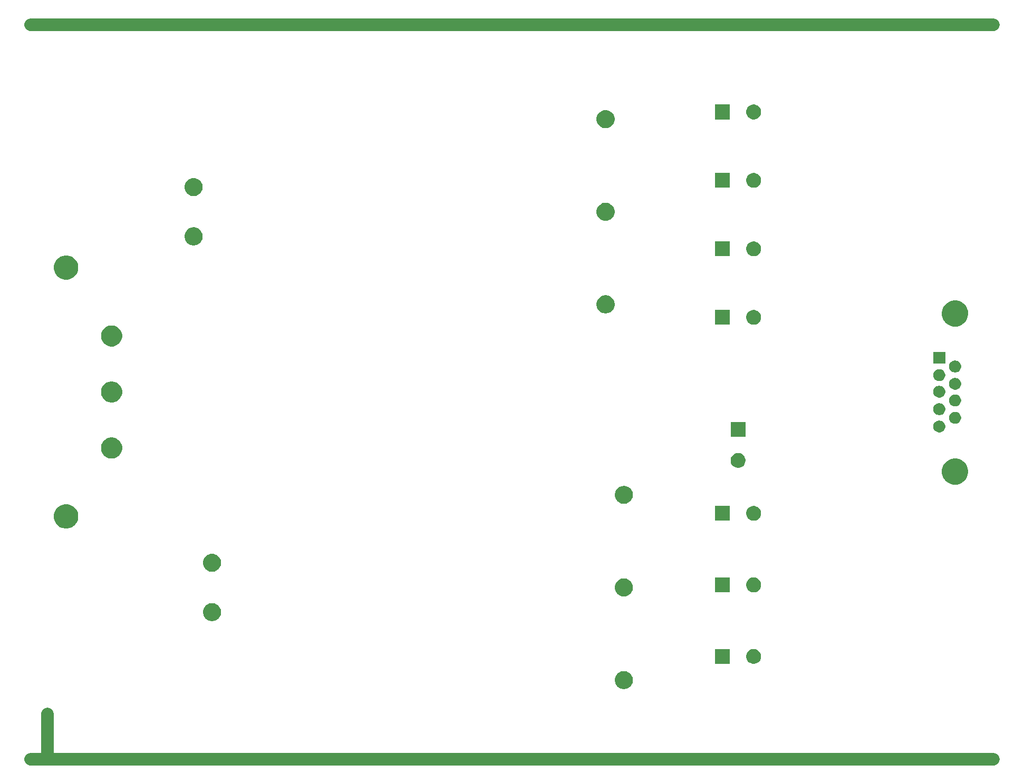
<source format=gbr>
G04 #@! TF.GenerationSoftware,KiCad,Pcbnew,(5.1.0)-1*
G04 #@! TF.CreationDate,2019-05-17T11:45:57-07:00*
G04 #@! TF.ProjectId,pwr supply rev 4,70777220-7375-4707-906c-792072657620,rev?*
G04 #@! TF.SameCoordinates,Original*
G04 #@! TF.FileFunction,Soldermask,Top*
G04 #@! TF.FilePolarity,Negative*
%FSLAX46Y46*%
G04 Gerber Fmt 4.6, Leading zero omitted, Abs format (unit mm)*
G04 Created by KiCad (PCBNEW (5.1.0)-1) date 2019-05-17 11:45:57*
%MOMM*%
%LPD*%
G04 APERTURE LIST*
%ADD10C,2.000000*%
%ADD11C,0.150000*%
G04 APERTURE END LIST*
D10*
X9125000Y-111775000D02*
X9125000Y-118925000D01*
X161000000Y-1000000D02*
X6400000Y-1000000D01*
X161000000Y-119000000D02*
X6400000Y-119000000D01*
D11*
G36*
X101999570Y-104882149D02*
G01*
X102092950Y-104900723D01*
X102356835Y-105010027D01*
X102594321Y-105168711D01*
X102796289Y-105370679D01*
X102954973Y-105608165D01*
X103064277Y-105872050D01*
X103120000Y-106152189D01*
X103120000Y-106437811D01*
X103064277Y-106717950D01*
X102954973Y-106981835D01*
X102796289Y-107219321D01*
X102594321Y-107421289D01*
X102356835Y-107579973D01*
X102092950Y-107689277D01*
X101999570Y-107707851D01*
X101812813Y-107745000D01*
X101527187Y-107745000D01*
X101340430Y-107707851D01*
X101247050Y-107689277D01*
X100983165Y-107579973D01*
X100745679Y-107421289D01*
X100543711Y-107219321D01*
X100385027Y-106981835D01*
X100275723Y-106717950D01*
X100220000Y-106437811D01*
X100220000Y-106152189D01*
X100275723Y-105872050D01*
X100385027Y-105608165D01*
X100543711Y-105370679D01*
X100745679Y-105168711D01*
X100983165Y-105010027D01*
X101247050Y-104900723D01*
X101340430Y-104882149D01*
X101527187Y-104845000D01*
X101812813Y-104845000D01*
X101999570Y-104882149D01*
X101999570Y-104882149D01*
G37*
G36*
X122850027Y-101346116D02*
G01*
X123068415Y-101436575D01*
X123264955Y-101567899D01*
X123432101Y-101735045D01*
X123563425Y-101931585D01*
X123653884Y-102149973D01*
X123700000Y-102381812D01*
X123700000Y-102618188D01*
X123653884Y-102850027D01*
X123563425Y-103068415D01*
X123432101Y-103264955D01*
X123264955Y-103432101D01*
X123068415Y-103563425D01*
X123068414Y-103563426D01*
X123068413Y-103563426D01*
X122850027Y-103653884D01*
X122618190Y-103700000D01*
X122381810Y-103700000D01*
X122149973Y-103653884D01*
X121931587Y-103563426D01*
X121931586Y-103563426D01*
X121931585Y-103563425D01*
X121735045Y-103432101D01*
X121567899Y-103264955D01*
X121436575Y-103068415D01*
X121346116Y-102850027D01*
X121300000Y-102618188D01*
X121300000Y-102381812D01*
X121346116Y-102149973D01*
X121436575Y-101931585D01*
X121567899Y-101735045D01*
X121735045Y-101567899D01*
X121931585Y-101436575D01*
X122149973Y-101346116D01*
X122381810Y-101300000D01*
X122618190Y-101300000D01*
X122850027Y-101346116D01*
X122850027Y-101346116D01*
G37*
G36*
X118700000Y-103700000D02*
G01*
X116300000Y-103700000D01*
X116300000Y-101300000D01*
X118700000Y-101300000D01*
X118700000Y-103700000D01*
X118700000Y-103700000D01*
G37*
G36*
X35859570Y-93962149D02*
G01*
X35952950Y-93980723D01*
X36216835Y-94090027D01*
X36454321Y-94248711D01*
X36656289Y-94450679D01*
X36814973Y-94688165D01*
X36924277Y-94952050D01*
X36980000Y-95232189D01*
X36980000Y-95517811D01*
X36924277Y-95797950D01*
X36814973Y-96061835D01*
X36656289Y-96299321D01*
X36454321Y-96501289D01*
X36216835Y-96659973D01*
X35952950Y-96769277D01*
X35859570Y-96787851D01*
X35672813Y-96825000D01*
X35387187Y-96825000D01*
X35200430Y-96787851D01*
X35107050Y-96769277D01*
X34843165Y-96659973D01*
X34605679Y-96501289D01*
X34403711Y-96299321D01*
X34245027Y-96061835D01*
X34135723Y-95797950D01*
X34080000Y-95517811D01*
X34080000Y-95232189D01*
X34135723Y-94952050D01*
X34245027Y-94688165D01*
X34403711Y-94450679D01*
X34605679Y-94248711D01*
X34843165Y-94090027D01*
X35107050Y-93980723D01*
X35200430Y-93962149D01*
X35387187Y-93925000D01*
X35672813Y-93925000D01*
X35859570Y-93962149D01*
X35859570Y-93962149D01*
G37*
G36*
X101999570Y-90002149D02*
G01*
X102092950Y-90020723D01*
X102356835Y-90130027D01*
X102594321Y-90288711D01*
X102796289Y-90490679D01*
X102954973Y-90728165D01*
X103018614Y-90881810D01*
X103064277Y-90992051D01*
X103120000Y-91272187D01*
X103120000Y-91557813D01*
X103117891Y-91568415D01*
X103064277Y-91837950D01*
X102954973Y-92101835D01*
X102796289Y-92339321D01*
X102594321Y-92541289D01*
X102356835Y-92699973D01*
X102092950Y-92809277D01*
X101999570Y-92827851D01*
X101812813Y-92865000D01*
X101527187Y-92865000D01*
X101340430Y-92827851D01*
X101247050Y-92809277D01*
X100983165Y-92699973D01*
X100745679Y-92541289D01*
X100543711Y-92339321D01*
X100385027Y-92101835D01*
X100275723Y-91837950D01*
X100222109Y-91568415D01*
X100220000Y-91557813D01*
X100220000Y-91272187D01*
X100275723Y-90992051D01*
X100321386Y-90881810D01*
X100385027Y-90728165D01*
X100543711Y-90490679D01*
X100745679Y-90288711D01*
X100983165Y-90130027D01*
X101247050Y-90020723D01*
X101340430Y-90002149D01*
X101527187Y-89965000D01*
X101812813Y-89965000D01*
X101999570Y-90002149D01*
X101999570Y-90002149D01*
G37*
G36*
X118700000Y-92200000D02*
G01*
X116300000Y-92200000D01*
X116300000Y-89800000D01*
X118700000Y-89800000D01*
X118700000Y-92200000D01*
X118700000Y-92200000D01*
G37*
G36*
X122850027Y-89846116D02*
G01*
X123068415Y-89936575D01*
X123264955Y-90067899D01*
X123432101Y-90235045D01*
X123467960Y-90288711D01*
X123563426Y-90431587D01*
X123653884Y-90649973D01*
X123700000Y-90881810D01*
X123700000Y-91118190D01*
X123653884Y-91350027D01*
X123567817Y-91557813D01*
X123563425Y-91568415D01*
X123432101Y-91764955D01*
X123264955Y-91932101D01*
X123068415Y-92063425D01*
X123068414Y-92063426D01*
X123068413Y-92063426D01*
X122850027Y-92153884D01*
X122618190Y-92200000D01*
X122381810Y-92200000D01*
X122149973Y-92153884D01*
X121931587Y-92063426D01*
X121931586Y-92063426D01*
X121931585Y-92063425D01*
X121735045Y-91932101D01*
X121567899Y-91764955D01*
X121436575Y-91568415D01*
X121432184Y-91557813D01*
X121346116Y-91350027D01*
X121300000Y-91118190D01*
X121300000Y-90881810D01*
X121346116Y-90649973D01*
X121436574Y-90431587D01*
X121532041Y-90288711D01*
X121567899Y-90235045D01*
X121735045Y-90067899D01*
X121931585Y-89936575D01*
X122149973Y-89846116D01*
X122381810Y-89800000D01*
X122618190Y-89800000D01*
X122850027Y-89846116D01*
X122850027Y-89846116D01*
G37*
G36*
X35859570Y-86042149D02*
G01*
X35952950Y-86060723D01*
X36216835Y-86170027D01*
X36454321Y-86328711D01*
X36656289Y-86530679D01*
X36814973Y-86768165D01*
X36924277Y-87032050D01*
X36980000Y-87312189D01*
X36980000Y-87597811D01*
X36924277Y-87877950D01*
X36814973Y-88141835D01*
X36656289Y-88379321D01*
X36454321Y-88581289D01*
X36216835Y-88739973D01*
X35952950Y-88849277D01*
X35859570Y-88867851D01*
X35672813Y-88905000D01*
X35387187Y-88905000D01*
X35200430Y-88867851D01*
X35107050Y-88849277D01*
X34843165Y-88739973D01*
X34605679Y-88581289D01*
X34403711Y-88379321D01*
X34245027Y-88141835D01*
X34135723Y-87877950D01*
X34080000Y-87597811D01*
X34080000Y-87312189D01*
X34135723Y-87032050D01*
X34245027Y-86768165D01*
X34403711Y-86530679D01*
X34605679Y-86328711D01*
X34843165Y-86170027D01*
X35107050Y-86060723D01*
X35200430Y-86042149D01*
X35387187Y-86005000D01*
X35672813Y-86005000D01*
X35859570Y-86042149D01*
X35859570Y-86042149D01*
G37*
G36*
X12668794Y-78124938D02*
G01*
X13023674Y-78271933D01*
X13343053Y-78485336D01*
X13614664Y-78756947D01*
X13828067Y-79076326D01*
X13975062Y-79431206D01*
X14050000Y-79807943D01*
X14050000Y-80192057D01*
X13975062Y-80568794D01*
X13828067Y-80923674D01*
X13614664Y-81243053D01*
X13343053Y-81514664D01*
X13023674Y-81728067D01*
X12668794Y-81875062D01*
X12292058Y-81950000D01*
X11907942Y-81950000D01*
X11531206Y-81875062D01*
X11176326Y-81728067D01*
X10856947Y-81514664D01*
X10585336Y-81243053D01*
X10371933Y-80923674D01*
X10224938Y-80568794D01*
X10150000Y-80192057D01*
X10150000Y-79807943D01*
X10224938Y-79431206D01*
X10371933Y-79076326D01*
X10585336Y-78756947D01*
X10856947Y-78485336D01*
X11176326Y-78271933D01*
X11531206Y-78124938D01*
X11907942Y-78050000D01*
X12292058Y-78050000D01*
X12668794Y-78124938D01*
X12668794Y-78124938D01*
G37*
G36*
X118700000Y-80700000D02*
G01*
X116300000Y-80700000D01*
X116300000Y-78300000D01*
X118700000Y-78300000D01*
X118700000Y-80700000D01*
X118700000Y-80700000D01*
G37*
G36*
X122850027Y-78346116D02*
G01*
X123068415Y-78436575D01*
X123264955Y-78567899D01*
X123432101Y-78735045D01*
X123563425Y-78931585D01*
X123653884Y-79149973D01*
X123700000Y-79381812D01*
X123700000Y-79618188D01*
X123653884Y-79850027D01*
X123563425Y-80068415D01*
X123432101Y-80264955D01*
X123264955Y-80432101D01*
X123068415Y-80563425D01*
X123068414Y-80563426D01*
X123068413Y-80563426D01*
X122850027Y-80653884D01*
X122618190Y-80700000D01*
X122381810Y-80700000D01*
X122149973Y-80653884D01*
X121931587Y-80563426D01*
X121931586Y-80563426D01*
X121931585Y-80563425D01*
X121735045Y-80432101D01*
X121567899Y-80264955D01*
X121436575Y-80068415D01*
X121346116Y-79850027D01*
X121300000Y-79618188D01*
X121300000Y-79381812D01*
X121346116Y-79149973D01*
X121436575Y-78931585D01*
X121567899Y-78735045D01*
X121735045Y-78567899D01*
X121931585Y-78436575D01*
X122149973Y-78346116D01*
X122381810Y-78300000D01*
X122618190Y-78300000D01*
X122850027Y-78346116D01*
X122850027Y-78346116D01*
G37*
G36*
X101999570Y-75122149D02*
G01*
X102092950Y-75140723D01*
X102356835Y-75250027D01*
X102594321Y-75408711D01*
X102796289Y-75610679D01*
X102954973Y-75848165D01*
X103064277Y-76112050D01*
X103120000Y-76392189D01*
X103120000Y-76677811D01*
X103064277Y-76957950D01*
X102954973Y-77221835D01*
X102796289Y-77459321D01*
X102594321Y-77661289D01*
X102356835Y-77819973D01*
X102092950Y-77929277D01*
X101999570Y-77947851D01*
X101812813Y-77985000D01*
X101527187Y-77985000D01*
X101340430Y-77947851D01*
X101247050Y-77929277D01*
X100983165Y-77819973D01*
X100745679Y-77661289D01*
X100543711Y-77459321D01*
X100385027Y-77221835D01*
X100275723Y-76957950D01*
X100220000Y-76677811D01*
X100220000Y-76392189D01*
X100275723Y-76112050D01*
X100385027Y-75848165D01*
X100543711Y-75610679D01*
X100745679Y-75408711D01*
X100983165Y-75250027D01*
X101247050Y-75140723D01*
X101340430Y-75122149D01*
X101527187Y-75085000D01*
X101812813Y-75085000D01*
X101999570Y-75122149D01*
X101999570Y-75122149D01*
G37*
G36*
X155454006Y-70765894D02*
G01*
X155837094Y-70924574D01*
X156181859Y-71154939D01*
X156475061Y-71448141D01*
X156705426Y-71792906D01*
X156864106Y-72175994D01*
X156945000Y-72582677D01*
X156945000Y-72997323D01*
X156864106Y-73404006D01*
X156705426Y-73787094D01*
X156475061Y-74131859D01*
X156181859Y-74425061D01*
X155837094Y-74655426D01*
X155454006Y-74814106D01*
X155047324Y-74895000D01*
X154632676Y-74895000D01*
X154225994Y-74814106D01*
X153842906Y-74655426D01*
X153498141Y-74425061D01*
X153204939Y-74131859D01*
X152974574Y-73787094D01*
X152815894Y-73404006D01*
X152735000Y-72997323D01*
X152735000Y-72582677D01*
X152815894Y-72175994D01*
X152974574Y-71792906D01*
X153204939Y-71448141D01*
X153498141Y-71154939D01*
X153842906Y-70924574D01*
X154225994Y-70765894D01*
X154632676Y-70685000D01*
X155047324Y-70685000D01*
X155454006Y-70765894D01*
X155454006Y-70765894D01*
G37*
G36*
X120350027Y-69846116D02*
G01*
X120568415Y-69936575D01*
X120764955Y-70067899D01*
X120932101Y-70235045D01*
X121063426Y-70431587D01*
X121147545Y-70634669D01*
X121153884Y-70649973D01*
X121200000Y-70881812D01*
X121200000Y-71118188D01*
X121153884Y-71350027D01*
X121063425Y-71568415D01*
X120932101Y-71764955D01*
X120764955Y-71932101D01*
X120568415Y-72063425D01*
X120568414Y-72063426D01*
X120568413Y-72063426D01*
X120350027Y-72153884D01*
X120118190Y-72200000D01*
X119881810Y-72200000D01*
X119649973Y-72153884D01*
X119431587Y-72063426D01*
X119431586Y-72063426D01*
X119431585Y-72063425D01*
X119235045Y-71932101D01*
X119067899Y-71764955D01*
X118936575Y-71568415D01*
X118846116Y-71350027D01*
X118800000Y-71118188D01*
X118800000Y-70881812D01*
X118846116Y-70649973D01*
X118852455Y-70634669D01*
X118936574Y-70431587D01*
X119067899Y-70235045D01*
X119235045Y-70067899D01*
X119431585Y-69936575D01*
X119649973Y-69846116D01*
X119881810Y-69800000D01*
X120118190Y-69800000D01*
X120350027Y-69846116D01*
X120350027Y-69846116D01*
G37*
G36*
X19895872Y-67365330D02*
G01*
X20205252Y-67493479D01*
X20483687Y-67679523D01*
X20720477Y-67916313D01*
X20906521Y-68194748D01*
X21034670Y-68504128D01*
X21100000Y-68832565D01*
X21100000Y-69167435D01*
X21034670Y-69495872D01*
X20906521Y-69805252D01*
X20720477Y-70083687D01*
X20483687Y-70320477D01*
X20205252Y-70506521D01*
X19895872Y-70634670D01*
X19567435Y-70700000D01*
X19232565Y-70700000D01*
X18904128Y-70634670D01*
X18594748Y-70506521D01*
X18316313Y-70320477D01*
X18079523Y-70083687D01*
X17893479Y-69805252D01*
X17765330Y-69495872D01*
X17700000Y-69167435D01*
X17700000Y-68832565D01*
X17765330Y-68504128D01*
X17893479Y-68194748D01*
X18079523Y-67916313D01*
X18316313Y-67679523D01*
X18594748Y-67493479D01*
X18904128Y-67365330D01*
X19232565Y-67300000D01*
X19567435Y-67300000D01*
X19895872Y-67365330D01*
X19895872Y-67365330D01*
G37*
G36*
X121200000Y-67200000D02*
G01*
X118800000Y-67200000D01*
X118800000Y-64800000D01*
X121200000Y-64800000D01*
X121200000Y-67200000D01*
X121200000Y-67200000D01*
G37*
G36*
X152580022Y-64626892D02*
G01*
X152754731Y-64699259D01*
X152754733Y-64699260D01*
X152911964Y-64804319D01*
X153045681Y-64938036D01*
X153150740Y-65095267D01*
X153223108Y-65269979D01*
X153260000Y-65455448D01*
X153260000Y-65644552D01*
X153223108Y-65830021D01*
X153150740Y-66004733D01*
X153045681Y-66161964D01*
X152911964Y-66295681D01*
X152754733Y-66400740D01*
X152754732Y-66400741D01*
X152754731Y-66400741D01*
X152580022Y-66473108D01*
X152394552Y-66510000D01*
X152205448Y-66510000D01*
X152019978Y-66473108D01*
X151845269Y-66400741D01*
X151845268Y-66400741D01*
X151845267Y-66400740D01*
X151688036Y-66295681D01*
X151554319Y-66161964D01*
X151449260Y-66004733D01*
X151376892Y-65830021D01*
X151340000Y-65644552D01*
X151340000Y-65455448D01*
X151376892Y-65269979D01*
X151449260Y-65095267D01*
X151554319Y-64938036D01*
X151688036Y-64804319D01*
X151845267Y-64699260D01*
X151845269Y-64699259D01*
X152019978Y-64626892D01*
X152205448Y-64590000D01*
X152394552Y-64590000D01*
X152580022Y-64626892D01*
X152580022Y-64626892D01*
G37*
G36*
X155120022Y-63226892D02*
G01*
X155294731Y-63299259D01*
X155294733Y-63299260D01*
X155451964Y-63404319D01*
X155585681Y-63538036D01*
X155690740Y-63695267D01*
X155763108Y-63869979D01*
X155800000Y-64055448D01*
X155800000Y-64244552D01*
X155763108Y-64430021D01*
X155690740Y-64604733D01*
X155585681Y-64761964D01*
X155451964Y-64895681D01*
X155294733Y-65000740D01*
X155294732Y-65000741D01*
X155294731Y-65000741D01*
X155120022Y-65073108D01*
X154934552Y-65110000D01*
X154745448Y-65110000D01*
X154559978Y-65073108D01*
X154385269Y-65000741D01*
X154385268Y-65000741D01*
X154385267Y-65000740D01*
X154228036Y-64895681D01*
X154094319Y-64761964D01*
X153989260Y-64604733D01*
X153916892Y-64430021D01*
X153880000Y-64244552D01*
X153880000Y-64055448D01*
X153916892Y-63869979D01*
X153989260Y-63695267D01*
X154094319Y-63538036D01*
X154228036Y-63404319D01*
X154385267Y-63299260D01*
X154385269Y-63299259D01*
X154559978Y-63226892D01*
X154745448Y-63190000D01*
X154934552Y-63190000D01*
X155120022Y-63226892D01*
X155120022Y-63226892D01*
G37*
G36*
X152580022Y-61836892D02*
G01*
X152754731Y-61909259D01*
X152754733Y-61909260D01*
X152911964Y-62014319D01*
X153045681Y-62148036D01*
X153150740Y-62305267D01*
X153223108Y-62479979D01*
X153260000Y-62665448D01*
X153260000Y-62854552D01*
X153223108Y-63040021D01*
X153150740Y-63214733D01*
X153045681Y-63371964D01*
X152911964Y-63505681D01*
X152754733Y-63610740D01*
X152754732Y-63610741D01*
X152754731Y-63610741D01*
X152580022Y-63683108D01*
X152394552Y-63720000D01*
X152205448Y-63720000D01*
X152019978Y-63683108D01*
X151845269Y-63610741D01*
X151845268Y-63610741D01*
X151845267Y-63610740D01*
X151688036Y-63505681D01*
X151554319Y-63371964D01*
X151449260Y-63214733D01*
X151376892Y-63040021D01*
X151340000Y-62854552D01*
X151340000Y-62665448D01*
X151376892Y-62479979D01*
X151449260Y-62305267D01*
X151554319Y-62148036D01*
X151688036Y-62014319D01*
X151845267Y-61909260D01*
X151845269Y-61909259D01*
X152019978Y-61836892D01*
X152205448Y-61800000D01*
X152394552Y-61800000D01*
X152580022Y-61836892D01*
X152580022Y-61836892D01*
G37*
G36*
X155120022Y-60436892D02*
G01*
X155294731Y-60509259D01*
X155294733Y-60509260D01*
X155451964Y-60614319D01*
X155585681Y-60748036D01*
X155675934Y-60883108D01*
X155690741Y-60905269D01*
X155763108Y-61079978D01*
X155800000Y-61265448D01*
X155800000Y-61454552D01*
X155764173Y-61634670D01*
X155763108Y-61640021D01*
X155690740Y-61814733D01*
X155585681Y-61971964D01*
X155451964Y-62105681D01*
X155294733Y-62210740D01*
X155294732Y-62210741D01*
X155294731Y-62210741D01*
X155120022Y-62283108D01*
X154934552Y-62320000D01*
X154745448Y-62320000D01*
X154559978Y-62283108D01*
X154385269Y-62210741D01*
X154385268Y-62210741D01*
X154385267Y-62210740D01*
X154228036Y-62105681D01*
X154094319Y-61971964D01*
X153989260Y-61814733D01*
X153916892Y-61640021D01*
X153915828Y-61634670D01*
X153880000Y-61454552D01*
X153880000Y-61265448D01*
X153916892Y-61079978D01*
X153989259Y-60905269D01*
X154004067Y-60883108D01*
X154094319Y-60748036D01*
X154228036Y-60614319D01*
X154385267Y-60509260D01*
X154385269Y-60509259D01*
X154559978Y-60436892D01*
X154745448Y-60400000D01*
X154934552Y-60400000D01*
X155120022Y-60436892D01*
X155120022Y-60436892D01*
G37*
G36*
X19895872Y-58365330D02*
G01*
X20205252Y-58493479D01*
X20483687Y-58679523D01*
X20720477Y-58916313D01*
X20906521Y-59194748D01*
X21034670Y-59504128D01*
X21100000Y-59832565D01*
X21100000Y-60167435D01*
X21034670Y-60495872D01*
X20906521Y-60805252D01*
X20720477Y-61083687D01*
X20483687Y-61320477D01*
X20205252Y-61506521D01*
X19895872Y-61634670D01*
X19567435Y-61700000D01*
X19232565Y-61700000D01*
X18904128Y-61634670D01*
X18594748Y-61506521D01*
X18316313Y-61320477D01*
X18079523Y-61083687D01*
X17893479Y-60805252D01*
X17765330Y-60495872D01*
X17700000Y-60167435D01*
X17700000Y-59832565D01*
X17765330Y-59504128D01*
X17893479Y-59194748D01*
X18079523Y-58916313D01*
X18316313Y-58679523D01*
X18594748Y-58493479D01*
X18904128Y-58365330D01*
X19232565Y-58300000D01*
X19567435Y-58300000D01*
X19895872Y-58365330D01*
X19895872Y-58365330D01*
G37*
G36*
X152580022Y-59036892D02*
G01*
X152754731Y-59109259D01*
X152754733Y-59109260D01*
X152882671Y-59194746D01*
X152911964Y-59214319D01*
X153045681Y-59348036D01*
X153150741Y-59505269D01*
X153223108Y-59679978D01*
X153260000Y-59865448D01*
X153260000Y-60054552D01*
X153237547Y-60167434D01*
X153223108Y-60240021D01*
X153150740Y-60414733D01*
X153045681Y-60571964D01*
X152911964Y-60705681D01*
X152754733Y-60810740D01*
X152754732Y-60810741D01*
X152754731Y-60810741D01*
X152580022Y-60883108D01*
X152394552Y-60920000D01*
X152205448Y-60920000D01*
X152019978Y-60883108D01*
X151845269Y-60810741D01*
X151845268Y-60810741D01*
X151845267Y-60810740D01*
X151688036Y-60705681D01*
X151554319Y-60571964D01*
X151449260Y-60414733D01*
X151376892Y-60240021D01*
X151362454Y-60167434D01*
X151340000Y-60054552D01*
X151340000Y-59865448D01*
X151376892Y-59679978D01*
X151449259Y-59505269D01*
X151554319Y-59348036D01*
X151688036Y-59214319D01*
X151717329Y-59194746D01*
X151845267Y-59109260D01*
X151845269Y-59109259D01*
X152019978Y-59036892D01*
X152205448Y-59000000D01*
X152394552Y-59000000D01*
X152580022Y-59036892D01*
X152580022Y-59036892D01*
G37*
G36*
X155120022Y-57766892D02*
G01*
X155294731Y-57839259D01*
X155294733Y-57839260D01*
X155451964Y-57944319D01*
X155585681Y-58078036D01*
X155675934Y-58213108D01*
X155690741Y-58235269D01*
X155763108Y-58409978D01*
X155800000Y-58595448D01*
X155800000Y-58784552D01*
X155763108Y-58970022D01*
X155690741Y-59144731D01*
X155690740Y-59144733D01*
X155585681Y-59301964D01*
X155451964Y-59435681D01*
X155294733Y-59540740D01*
X155294732Y-59540741D01*
X155294731Y-59540741D01*
X155120022Y-59613108D01*
X154934552Y-59650000D01*
X154745448Y-59650000D01*
X154559978Y-59613108D01*
X154385269Y-59540741D01*
X154385268Y-59540741D01*
X154385267Y-59540740D01*
X154228036Y-59435681D01*
X154094319Y-59301964D01*
X153989260Y-59144733D01*
X153989259Y-59144731D01*
X153916892Y-58970022D01*
X153880000Y-58784552D01*
X153880000Y-58595448D01*
X153916892Y-58409978D01*
X153989259Y-58235269D01*
X154004067Y-58213108D01*
X154094319Y-58078036D01*
X154228036Y-57944319D01*
X154385267Y-57839260D01*
X154385269Y-57839259D01*
X154559978Y-57766892D01*
X154745448Y-57730000D01*
X154934552Y-57730000D01*
X155120022Y-57766892D01*
X155120022Y-57766892D01*
G37*
G36*
X152580022Y-56366892D02*
G01*
X152754731Y-56439259D01*
X152754733Y-56439260D01*
X152911964Y-56544319D01*
X153045681Y-56678036D01*
X153150740Y-56835267D01*
X153223108Y-57009979D01*
X153260000Y-57195448D01*
X153260000Y-57384552D01*
X153223108Y-57570021D01*
X153150740Y-57744733D01*
X153045681Y-57901964D01*
X152911964Y-58035681D01*
X152754733Y-58140740D01*
X152754732Y-58140741D01*
X152754731Y-58140741D01*
X152580022Y-58213108D01*
X152394552Y-58250000D01*
X152205448Y-58250000D01*
X152019978Y-58213108D01*
X151845269Y-58140741D01*
X151845268Y-58140741D01*
X151845267Y-58140740D01*
X151688036Y-58035681D01*
X151554319Y-57901964D01*
X151449260Y-57744733D01*
X151376892Y-57570021D01*
X151340000Y-57384552D01*
X151340000Y-57195448D01*
X151376892Y-57009979D01*
X151449260Y-56835267D01*
X151554319Y-56678036D01*
X151688036Y-56544319D01*
X151845267Y-56439260D01*
X151845269Y-56439259D01*
X152019978Y-56366892D01*
X152205448Y-56330000D01*
X152394552Y-56330000D01*
X152580022Y-56366892D01*
X152580022Y-56366892D01*
G37*
G36*
X155120022Y-54976892D02*
G01*
X155294731Y-55049259D01*
X155294733Y-55049260D01*
X155451964Y-55154319D01*
X155585681Y-55288036D01*
X155690740Y-55445267D01*
X155763108Y-55619979D01*
X155800000Y-55805448D01*
X155800000Y-55994552D01*
X155763108Y-56180021D01*
X155690740Y-56354733D01*
X155585681Y-56511964D01*
X155451964Y-56645681D01*
X155294733Y-56750740D01*
X155294732Y-56750741D01*
X155294731Y-56750741D01*
X155120022Y-56823108D01*
X154934552Y-56860000D01*
X154745448Y-56860000D01*
X154559978Y-56823108D01*
X154385269Y-56750741D01*
X154385268Y-56750741D01*
X154385267Y-56750740D01*
X154228036Y-56645681D01*
X154094319Y-56511964D01*
X153989260Y-56354733D01*
X153916892Y-56180021D01*
X153880000Y-55994552D01*
X153880000Y-55805448D01*
X153916892Y-55619979D01*
X153989260Y-55445267D01*
X154094319Y-55288036D01*
X154228036Y-55154319D01*
X154385267Y-55049260D01*
X154385269Y-55049259D01*
X154559978Y-54976892D01*
X154745448Y-54940000D01*
X154934552Y-54940000D01*
X155120022Y-54976892D01*
X155120022Y-54976892D01*
G37*
G36*
X153260000Y-55460000D02*
G01*
X151340000Y-55460000D01*
X151340000Y-53540000D01*
X153260000Y-53540000D01*
X153260000Y-55460000D01*
X153260000Y-55460000D01*
G37*
G36*
X19895872Y-49365330D02*
G01*
X20205252Y-49493479D01*
X20483687Y-49679523D01*
X20720477Y-49916313D01*
X20906521Y-50194748D01*
X21034670Y-50504128D01*
X21100000Y-50832565D01*
X21100000Y-51167435D01*
X21034670Y-51495872D01*
X20906521Y-51805252D01*
X20720477Y-52083687D01*
X20483687Y-52320477D01*
X20205252Y-52506521D01*
X19895872Y-52634670D01*
X19567435Y-52700000D01*
X19232565Y-52700000D01*
X18904128Y-52634670D01*
X18594748Y-52506521D01*
X18316313Y-52320477D01*
X18079523Y-52083687D01*
X17893479Y-51805252D01*
X17765330Y-51495872D01*
X17700000Y-51167435D01*
X17700000Y-50832565D01*
X17765330Y-50504128D01*
X17893479Y-50194748D01*
X18079523Y-49916313D01*
X18316313Y-49679523D01*
X18594748Y-49493479D01*
X18904128Y-49365330D01*
X19232565Y-49300000D01*
X19567435Y-49300000D01*
X19895872Y-49365330D01*
X19895872Y-49365330D01*
G37*
G36*
X155454006Y-45365894D02*
G01*
X155837094Y-45524574D01*
X156181859Y-45754939D01*
X156475061Y-46048141D01*
X156705426Y-46392906D01*
X156705427Y-46392909D01*
X156864106Y-46775994D01*
X156896048Y-46936575D01*
X156945000Y-47182677D01*
X156945000Y-47597323D01*
X156864106Y-48004006D01*
X156705426Y-48387094D01*
X156475061Y-48731859D01*
X156181859Y-49025061D01*
X155837094Y-49255426D01*
X155571762Y-49365330D01*
X155454006Y-49414106D01*
X155047324Y-49495000D01*
X154632676Y-49495000D01*
X154225994Y-49414106D01*
X154108238Y-49365330D01*
X153842906Y-49255426D01*
X153498141Y-49025061D01*
X153204939Y-48731859D01*
X152974574Y-48387094D01*
X152815894Y-48004006D01*
X152735000Y-47597323D01*
X152735000Y-47182677D01*
X152783953Y-46936575D01*
X152815894Y-46775994D01*
X152974573Y-46392909D01*
X152974574Y-46392906D01*
X153204939Y-46048141D01*
X153498141Y-45754939D01*
X153842906Y-45524574D01*
X154225994Y-45365894D01*
X154632676Y-45285000D01*
X155047324Y-45285000D01*
X155454006Y-45365894D01*
X155454006Y-45365894D01*
G37*
G36*
X118700000Y-49200000D02*
G01*
X116300000Y-49200000D01*
X116300000Y-46800000D01*
X118700000Y-46800000D01*
X118700000Y-49200000D01*
X118700000Y-49200000D01*
G37*
G36*
X122841003Y-46844321D02*
G01*
X122850027Y-46846116D01*
X123068415Y-46936575D01*
X123264955Y-47067899D01*
X123432101Y-47235045D01*
X123563425Y-47431585D01*
X123653884Y-47649973D01*
X123700000Y-47881812D01*
X123700000Y-48118188D01*
X123653884Y-48350027D01*
X123563425Y-48568415D01*
X123432101Y-48764955D01*
X123264955Y-48932101D01*
X123068415Y-49063425D01*
X123068414Y-49063426D01*
X123068413Y-49063426D01*
X122850027Y-49153884D01*
X122618190Y-49200000D01*
X122381810Y-49200000D01*
X122149973Y-49153884D01*
X121931587Y-49063426D01*
X121931586Y-49063426D01*
X121931585Y-49063425D01*
X121735045Y-48932101D01*
X121567899Y-48764955D01*
X121436575Y-48568415D01*
X121346116Y-48350027D01*
X121300000Y-48118188D01*
X121300000Y-47881812D01*
X121346116Y-47649973D01*
X121436575Y-47431585D01*
X121567899Y-47235045D01*
X121735045Y-47067899D01*
X121931585Y-46936575D01*
X122149973Y-46846116D01*
X122158997Y-46844321D01*
X122381810Y-46800000D01*
X122618190Y-46800000D01*
X122841003Y-46844321D01*
X122841003Y-46844321D01*
G37*
G36*
X99049570Y-44507149D02*
G01*
X99142950Y-44525723D01*
X99406835Y-44635027D01*
X99644321Y-44793711D01*
X99846289Y-44995679D01*
X100004973Y-45233165D01*
X100114277Y-45497050D01*
X100114277Y-45497051D01*
X100165575Y-45754940D01*
X100170000Y-45777189D01*
X100170000Y-46062811D01*
X100114277Y-46342950D01*
X100004973Y-46606835D01*
X99846289Y-46844321D01*
X99644321Y-47046289D01*
X99406835Y-47204973D01*
X99142950Y-47314277D01*
X99049570Y-47332851D01*
X98862813Y-47370000D01*
X98577187Y-47370000D01*
X98390430Y-47332851D01*
X98297050Y-47314277D01*
X98033165Y-47204973D01*
X97795679Y-47046289D01*
X97593711Y-46844321D01*
X97435027Y-46606835D01*
X97325723Y-46342950D01*
X97270000Y-46062811D01*
X97270000Y-45777189D01*
X97274426Y-45754940D01*
X97325723Y-45497051D01*
X97325723Y-45497050D01*
X97435027Y-45233165D01*
X97593711Y-44995679D01*
X97795679Y-44793711D01*
X98033165Y-44635027D01*
X98297050Y-44525723D01*
X98390430Y-44507149D01*
X98577187Y-44470000D01*
X98862813Y-44470000D01*
X99049570Y-44507149D01*
X99049570Y-44507149D01*
G37*
G36*
X12668794Y-38124938D02*
G01*
X13023674Y-38271933D01*
X13343053Y-38485336D01*
X13614664Y-38756947D01*
X13828067Y-39076326D01*
X13975062Y-39431206D01*
X14050000Y-39807943D01*
X14050000Y-40192057D01*
X13975062Y-40568794D01*
X13828067Y-40923674D01*
X13614664Y-41243053D01*
X13343053Y-41514664D01*
X13023674Y-41728067D01*
X12668794Y-41875062D01*
X12292058Y-41950000D01*
X11907942Y-41950000D01*
X11531206Y-41875062D01*
X11176326Y-41728067D01*
X10856947Y-41514664D01*
X10585336Y-41243053D01*
X10371933Y-40923674D01*
X10224938Y-40568794D01*
X10150000Y-40192057D01*
X10150000Y-39807943D01*
X10224938Y-39431206D01*
X10371933Y-39076326D01*
X10585336Y-38756947D01*
X10856947Y-38485336D01*
X11176326Y-38271933D01*
X11531206Y-38124938D01*
X11907942Y-38050000D01*
X12292058Y-38050000D01*
X12668794Y-38124938D01*
X12668794Y-38124938D01*
G37*
G36*
X122850027Y-35846116D02*
G01*
X123068415Y-35936575D01*
X123264955Y-36067899D01*
X123432101Y-36235045D01*
X123563425Y-36431585D01*
X123653884Y-36649973D01*
X123700000Y-36881812D01*
X123700000Y-37118188D01*
X123653884Y-37350027D01*
X123563425Y-37568415D01*
X123432101Y-37764955D01*
X123264955Y-37932101D01*
X123068415Y-38063425D01*
X123068414Y-38063426D01*
X123068413Y-38063426D01*
X122850027Y-38153884D01*
X122618190Y-38200000D01*
X122381810Y-38200000D01*
X122149973Y-38153884D01*
X121931587Y-38063426D01*
X121931586Y-38063426D01*
X121931585Y-38063425D01*
X121735045Y-37932101D01*
X121567899Y-37764955D01*
X121436575Y-37568415D01*
X121346116Y-37350027D01*
X121300000Y-37118188D01*
X121300000Y-36881812D01*
X121346116Y-36649973D01*
X121436575Y-36431585D01*
X121567899Y-36235045D01*
X121735045Y-36067899D01*
X121931585Y-35936575D01*
X122149973Y-35846116D01*
X122381810Y-35800000D01*
X122618190Y-35800000D01*
X122850027Y-35846116D01*
X122850027Y-35846116D01*
G37*
G36*
X118700000Y-38200000D02*
G01*
X116300000Y-38200000D01*
X116300000Y-35800000D01*
X118700000Y-35800000D01*
X118700000Y-38200000D01*
X118700000Y-38200000D01*
G37*
G36*
X32909570Y-33587149D02*
G01*
X33002950Y-33605723D01*
X33266835Y-33715027D01*
X33504321Y-33873711D01*
X33706289Y-34075679D01*
X33864973Y-34313165D01*
X33974277Y-34577050D01*
X34030000Y-34857189D01*
X34030000Y-35142811D01*
X33974277Y-35422950D01*
X33864973Y-35686835D01*
X33706289Y-35924321D01*
X33504321Y-36126289D01*
X33266835Y-36284973D01*
X33002950Y-36394277D01*
X32909570Y-36412851D01*
X32722813Y-36450000D01*
X32437187Y-36450000D01*
X32250430Y-36412851D01*
X32157050Y-36394277D01*
X31893165Y-36284973D01*
X31655679Y-36126289D01*
X31453711Y-35924321D01*
X31295027Y-35686835D01*
X31185723Y-35422950D01*
X31130000Y-35142811D01*
X31130000Y-34857189D01*
X31185723Y-34577050D01*
X31295027Y-34313165D01*
X31453711Y-34075679D01*
X31655679Y-33873711D01*
X31893165Y-33715027D01*
X32157050Y-33605723D01*
X32250430Y-33587149D01*
X32437187Y-33550000D01*
X32722813Y-33550000D01*
X32909570Y-33587149D01*
X32909570Y-33587149D01*
G37*
G36*
X99049570Y-29627149D02*
G01*
X99142950Y-29645723D01*
X99406835Y-29755027D01*
X99644321Y-29913711D01*
X99846289Y-30115679D01*
X100004973Y-30353165D01*
X100114277Y-30617050D01*
X100170000Y-30897189D01*
X100170000Y-31182811D01*
X100114277Y-31462950D01*
X100004973Y-31726835D01*
X99846289Y-31964321D01*
X99644321Y-32166289D01*
X99406835Y-32324973D01*
X99142950Y-32434277D01*
X99049570Y-32452851D01*
X98862813Y-32490000D01*
X98577187Y-32490000D01*
X98390430Y-32452851D01*
X98297050Y-32434277D01*
X98033165Y-32324973D01*
X97795679Y-32166289D01*
X97593711Y-31964321D01*
X97435027Y-31726835D01*
X97325723Y-31462950D01*
X97270000Y-31182811D01*
X97270000Y-30897189D01*
X97325723Y-30617050D01*
X97435027Y-30353165D01*
X97593711Y-30115679D01*
X97795679Y-29913711D01*
X98033165Y-29755027D01*
X98297050Y-29645723D01*
X98390430Y-29627149D01*
X98577187Y-29590000D01*
X98862813Y-29590000D01*
X99049570Y-29627149D01*
X99049570Y-29627149D01*
G37*
G36*
X32909570Y-25667149D02*
G01*
X33002950Y-25685723D01*
X33266835Y-25795027D01*
X33504321Y-25953711D01*
X33706289Y-26155679D01*
X33864973Y-26393165D01*
X33974277Y-26657050D01*
X34030000Y-26937189D01*
X34030000Y-27222811D01*
X33974277Y-27502950D01*
X33864973Y-27766835D01*
X33706289Y-28004321D01*
X33504321Y-28206289D01*
X33266835Y-28364973D01*
X33002950Y-28474277D01*
X32909570Y-28492851D01*
X32722813Y-28530000D01*
X32437187Y-28530000D01*
X32250430Y-28492851D01*
X32157050Y-28474277D01*
X31893165Y-28364973D01*
X31655679Y-28206289D01*
X31453711Y-28004321D01*
X31295027Y-27766835D01*
X31185723Y-27502950D01*
X31130000Y-27222811D01*
X31130000Y-26937189D01*
X31185723Y-26657050D01*
X31295027Y-26393165D01*
X31453711Y-26155679D01*
X31655679Y-25953711D01*
X31893165Y-25795027D01*
X32157050Y-25685723D01*
X32250430Y-25667149D01*
X32437187Y-25630000D01*
X32722813Y-25630000D01*
X32909570Y-25667149D01*
X32909570Y-25667149D01*
G37*
G36*
X122850027Y-24846116D02*
G01*
X123068415Y-24936575D01*
X123264955Y-25067899D01*
X123432101Y-25235045D01*
X123563426Y-25431587D01*
X123653884Y-25649973D01*
X123682738Y-25795027D01*
X123700000Y-25881812D01*
X123700000Y-26118188D01*
X123653884Y-26350027D01*
X123563425Y-26568415D01*
X123432101Y-26764955D01*
X123264955Y-26932101D01*
X123068415Y-27063425D01*
X123068414Y-27063426D01*
X123068413Y-27063426D01*
X122850027Y-27153884D01*
X122618190Y-27200000D01*
X122381810Y-27200000D01*
X122149973Y-27153884D01*
X121931587Y-27063426D01*
X121931586Y-27063426D01*
X121931585Y-27063425D01*
X121735045Y-26932101D01*
X121567899Y-26764955D01*
X121436575Y-26568415D01*
X121346116Y-26350027D01*
X121300000Y-26118188D01*
X121300000Y-25881812D01*
X121317263Y-25795027D01*
X121346116Y-25649973D01*
X121436574Y-25431587D01*
X121567899Y-25235045D01*
X121735045Y-25067899D01*
X121931585Y-24936575D01*
X122149973Y-24846116D01*
X122381810Y-24800000D01*
X122618190Y-24800000D01*
X122850027Y-24846116D01*
X122850027Y-24846116D01*
G37*
G36*
X118700000Y-27200000D02*
G01*
X116300000Y-27200000D01*
X116300000Y-24800000D01*
X118700000Y-24800000D01*
X118700000Y-27200000D01*
X118700000Y-27200000D01*
G37*
G36*
X99049570Y-14747149D02*
G01*
X99142950Y-14765723D01*
X99406835Y-14875027D01*
X99644321Y-15033711D01*
X99846289Y-15235679D01*
X100004973Y-15473165D01*
X100114277Y-15737050D01*
X100170000Y-16017189D01*
X100170000Y-16302811D01*
X100114277Y-16582950D01*
X100004973Y-16846835D01*
X99846289Y-17084321D01*
X99644321Y-17286289D01*
X99406835Y-17444973D01*
X99142950Y-17554277D01*
X99049570Y-17572851D01*
X98862813Y-17610000D01*
X98577187Y-17610000D01*
X98390430Y-17572851D01*
X98297050Y-17554277D01*
X98033165Y-17444973D01*
X97795679Y-17286289D01*
X97593711Y-17084321D01*
X97435027Y-16846835D01*
X97325723Y-16582950D01*
X97270000Y-16302811D01*
X97270000Y-16017189D01*
X97325723Y-15737050D01*
X97435027Y-15473165D01*
X97593711Y-15235679D01*
X97795679Y-15033711D01*
X98033165Y-14875027D01*
X98297050Y-14765723D01*
X98390430Y-14747149D01*
X98577187Y-14710000D01*
X98862813Y-14710000D01*
X99049570Y-14747149D01*
X99049570Y-14747149D01*
G37*
G36*
X122850027Y-13846116D02*
G01*
X123068415Y-13936575D01*
X123264955Y-14067899D01*
X123432101Y-14235045D01*
X123563426Y-14431587D01*
X123653884Y-14649973D01*
X123700000Y-14881810D01*
X123700000Y-15118190D01*
X123653884Y-15350027D01*
X123563425Y-15568415D01*
X123432101Y-15764955D01*
X123264955Y-15932101D01*
X123068415Y-16063425D01*
X123068414Y-16063426D01*
X123068413Y-16063426D01*
X122850027Y-16153884D01*
X122618190Y-16200000D01*
X122381810Y-16200000D01*
X122149973Y-16153884D01*
X121931587Y-16063426D01*
X121931586Y-16063426D01*
X121931585Y-16063425D01*
X121735045Y-15932101D01*
X121567899Y-15764955D01*
X121436575Y-15568415D01*
X121346116Y-15350027D01*
X121300000Y-15118190D01*
X121300000Y-14881810D01*
X121346116Y-14649973D01*
X121436574Y-14431587D01*
X121567899Y-14235045D01*
X121735045Y-14067899D01*
X121931585Y-13936575D01*
X122149973Y-13846116D01*
X122381810Y-13800000D01*
X122618190Y-13800000D01*
X122850027Y-13846116D01*
X122850027Y-13846116D01*
G37*
G36*
X118700000Y-16200000D02*
G01*
X116300000Y-16200000D01*
X116300000Y-13800000D01*
X118700000Y-13800000D01*
X118700000Y-16200000D01*
X118700000Y-16200000D01*
G37*
M02*

</source>
